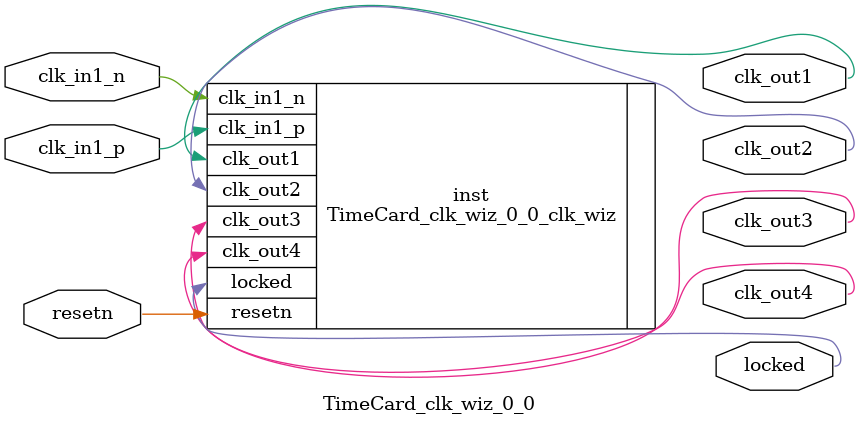
<source format=v>


`timescale 1ps/1ps

(* CORE_GENERATION_INFO = "TimeCard_clk_wiz_0_0,clk_wiz_v6_0_10_0_0,{component_name=TimeCard_clk_wiz_0_0,use_phase_alignment=true,use_min_o_jitter=false,use_max_i_jitter=false,use_dyn_phase_shift=false,use_inclk_switchover=false,use_dyn_reconfig=false,enable_axi=0,feedback_source=FDBK_AUTO,PRIMITIVE=MMCM,num_out_clk=4,clkin1_period=5.000,clkin2_period=10.0,use_power_down=false,use_reset=true,use_locked=true,use_inclk_stopped=false,feedback_type=SINGLE,CLOCK_MGR_TYPE=NA,manual_override=false}" *)

module TimeCard_clk_wiz_0_0 
 (
  // Clock out ports
  output        clk_out1,
  output        clk_out2,
  output        clk_out3,
  output        clk_out4,
  // Status and control signals
  input         resetn,
  output        locked,
 // Clock in ports
  input         clk_in1_p,
  input         clk_in1_n
 );

  TimeCard_clk_wiz_0_0_clk_wiz inst
  (
  // Clock out ports  
  .clk_out1(clk_out1),
  .clk_out2(clk_out2),
  .clk_out3(clk_out3),
  .clk_out4(clk_out4),
  // Status and control signals               
  .resetn(resetn), 
  .locked(locked),
 // Clock in ports
  .clk_in1_p(clk_in1_p),
  .clk_in1_n(clk_in1_n)
  );

endmodule

</source>
